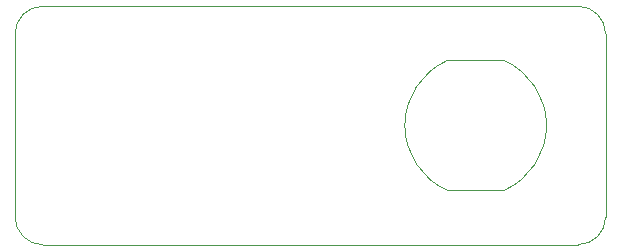
<source format=gm1>
G04 #@! TF.GenerationSoftware,KiCad,Pcbnew,(5.1.10)-1*
G04 #@! TF.CreationDate,2022-01-19T22:36:40+01:00*
G04 #@! TF.ProjectId,ELPanelFront,454c5061-6e65-46c4-9672-6f6e742e6b69,3.0*
G04 #@! TF.SameCoordinates,Original*
G04 #@! TF.FileFunction,Profile,NP*
%FSLAX46Y46*%
G04 Gerber Fmt 4.6, Leading zero omitted, Abs format (unit mm)*
G04 Created by KiCad (PCBNEW (5.1.10)-1) date 2022-01-19 22:36:40*
%MOMM*%
%LPD*%
G01*
G04 APERTURE LIST*
G04 #@! TA.AperFunction,Profile*
%ADD10C,0.050000*%
G04 #@! TD*
G04 APERTURE END LIST*
D10*
X167407506Y-111602360D02*
G75*
G02*
X167397906Y-100601824I2392494J5502360D01*
G01*
X167397906Y-100601824D02*
X172192494Y-100597640D01*
X172192494Y-100597640D02*
G75*
G02*
X172202094Y-111598176I-2392494J-5502360D01*
G01*
X167407506Y-111602360D02*
X172202094Y-111598176D01*
X130800000Y-113850000D02*
G75*
G03*
X133150000Y-116200000I2350000J0D01*
G01*
X178450000Y-116200000D02*
G75*
G03*
X180800000Y-113850000I0J2350000D01*
G01*
X180800000Y-98350000D02*
G75*
G03*
X178450000Y-96000000I-2350000J0D01*
G01*
X133150000Y-96000000D02*
G75*
G03*
X130800000Y-98350000I0J-2350000D01*
G01*
X180800000Y-98350000D02*
X180800000Y-113850000D01*
X130800000Y-98350000D02*
X130800000Y-113850000D01*
X133150000Y-116200000D02*
X178450000Y-116200000D01*
X133150000Y-96000000D02*
X178450000Y-96000000D01*
M02*

</source>
